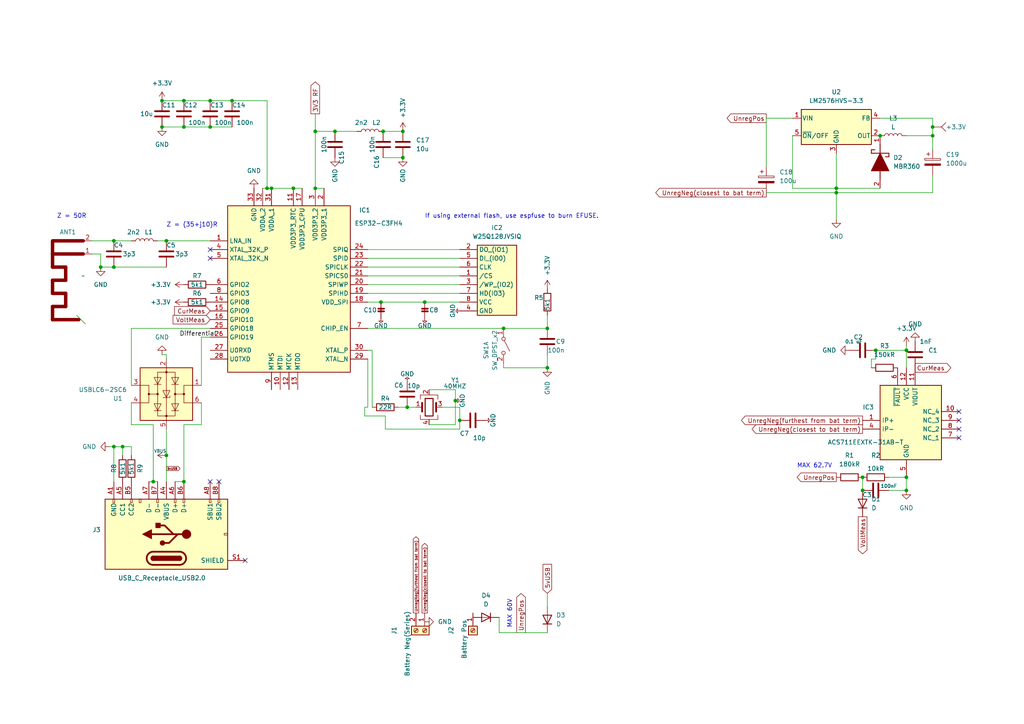
<source format=kicad_sch>
(kicad_sch (version 20230121) (generator eeschema)
  (paper "A4")
  (lib_symbols
    (symbol "+3.3V_1" (power) (pin_names (offset 0))
      (property "Value" "+3.3V_1" (at 0 3.81 90))
      (symbol "+3.3V_1_0_1"
        (polyline (pts (xy -1.27 3.81) (xy 0 2.54)))
        (polyline (pts (xy 0 0) (xy 0 2.54)))
        (polyline (pts (xy 0 2.54) (xy 1.27 3.81)))
      )
      (symbol "+3.3V_1_1_1"
        (pin power_in line (at 0 0 90) (length 0) hide (name "+3.3V") (number "1"))
      )
    )
    (symbol "ACS711EEXTK-31AB-T:ACS711EEXTK-31AB-T"
      (property "Reference" "IC3" (at 0 6.35 0))
      (property "Value" "ACS711EEXTK-31AB-T" (at 5.08 6.35 0))
      (symbol "ACS711EEXTK-31AB-T_1_1"
        (rectangle (start 5.08 12.7) (end 22.86 -8.89) (stroke (width 0.254)) (fill (type background)))
        (pin passive line (at 0 2.54 0) (length 5.08) (name "IP+") (number "1"))
        (pin passive line (at 27.94 5.08 180) (length 5.08) (name "NC_4") (number "10"))
        (pin passive line (at 15.24 17.78 270) (length 5.08) (name "VIOUT") (number "11"))
        (pin passive line (at 12.7 17.78 270) (length 5.08) (name "VCC") (number "12"))
        (pin passive line (at 0 0 0) (length 5.08) (name "IP-") (number "4"))
        (pin passive line (at 12.7 -13.97 90) (length 5.08) (name "GND") (number "5"))
        (pin passive line (at 10.16 17.78 270) (length 5.08) (name "~{FAULT}") (number "6"))
        (pin passive line (at 27.94 -2.54 180) (length 5.08) (name "NC_1") (number "7"))
        (pin passive line (at 27.94 0 180) (length 5.08) (name "NC_2") (number "8"))
        (pin passive line (at 27.94 2.54 180) (length 5.08) (name "NC_3") (number "9"))
      )
    )
    (symbol "Antenna:PCB_Antenna_2.4Ghz_50Ohm"
      (property "Reference" "ANT" (at 0 0 0))
      (symbol "PCB_Antenna_2.4Ghz_50Ohm_1_1"
        (polyline (pts (xy 5.08 -2.54) (xy 5.08 1.27)) (stroke (width 1)))
        (polyline (pts (xy 5.08 1.27) (xy 8.89 1.27)) (stroke (width 1)))
        (polyline (pts (xy 5.08 5.08) (xy 5.08 5.08)))
        (polyline (pts (xy 5.08 5.08) (xy 5.08 8.89)) (stroke (width 1)))
        (polyline (pts (xy 5.08 8.89) (xy 8.89 8.89)) (stroke (width 1)))
        (polyline (pts (xy 8.89 -6.35) (xy 8.89 -2.54)) (stroke (width 1)))
        (polyline (pts (xy 8.89 -2.54) (xy 5.08 -2.54)) (stroke (width 1)))
        (polyline (pts (xy 8.89 1.27) (xy 8.89 5.08)) (stroke (width 1)))
        (polyline (pts (xy 8.89 5.08) (xy 5.08 5.08)) (stroke (width 1)))
        (polyline (pts (xy 8.89 8.89) (xy 8.89 12.7)) (stroke (width 1)))
        (polyline (pts (xy 8.89 12.7) (xy 1.27 12.7)) (stroke (width 1)))
        (polyline (pts (xy 0 -6.35) (xy 8.89 -6.35) (xy 8.89 -10.16) (xy 0 -10.16)) (stroke (width 1)))
        (pin passive line (at -2.54 -6.35 0) (length 2.54) (name "") (number "1"))
        (pin passive line (at -2.54 -10.16 0) (length 2.54) (name "") (number "2"))
      )
    )
    (symbol "C_1" (pin_numbers hide) (pin_names (offset 0.254))
      (property "Reference" "C8" (at 3.81 1.27 0))
      (property "Value" "C" (at 3.81 -1.27 0))
      (symbol "C_1_0_1"
        (polyline (pts (xy -0.762 -0.381) (xy 0.889 -0.381)) (stroke (width 0.508)))
        (polyline (pts (xy -0.762 0.381) (xy 0.889 0.381)) (stroke (width 0.508)))
      )
      (symbol "C_1_1_1"
        (pin passive line (at 0 2.286 270) (length 2.794) (name "~") (number "1"))
        (pin passive line (at 0 -2.54 90) (length 2.794) (name "~") (number "2"))
      )
    )
    (symbol "Connector:Screw_Terminal_01x01" (pin_names (offset 1.016) hide)
      (property "Reference" "J" (at 0 2.54 0))
      (property "Value" "Screw_Terminal_01x01" (at 0 -2.54 0))
      (symbol "Screw_Terminal_01x01_1_1"
        (rectangle (start -1.27 1.27) (end 1.27 -1.27) (stroke (width 0.254)) (fill (type background)))
        (polyline (pts (xy -0.5334 0.3302) (xy 0.3302 -0.508)) (stroke (width 0.1524)))
        (polyline (pts (xy -0.3556 0.508) (xy 0.508 -0.3302)) (stroke (width 0.1524)))
        (circle (center 0 0) (radius 0.635) (stroke (width 0.1524)))
        (pin passive line (at -5.08 0 0) (length 3.81) (name "Pin_1") (number "1"))
      )
    )
    (symbol "Connector:Screw_Terminal_01x02" (pin_names (offset 1.016) hide)
      (property "Reference" "J" (at 0 2.54 0))
      (property "Value" "Screw_Terminal_01x02" (at 0 -5.08 0))
      (symbol "Screw_Terminal_01x02_1_1"
        (rectangle (start -1.27 1.27) (end 1.27 -3.81) (stroke (width 0.254)) (fill (type background)))
        (circle (center 0 -2.54) (radius 0.635) (stroke (width 0.1524)))
        (polyline (pts (xy -0.5334 -2.2098) (xy 0.3302 -3.048)) (stroke (width 0.1524)))
        (polyline (pts (xy -0.5334 0.3302) (xy 0.3302 -0.508)) (stroke (width 0.1524)))
        (polyline (pts (xy -0.3556 -2.032) (xy 0.508 -2.8702)) (stroke (width 0.1524)))
        (polyline (pts (xy -0.3556 0.508) (xy 0.508 -0.3302)) (stroke (width 0.1524)))
        (circle (center 0 0) (radius 0.635) (stroke (width 0.1524)))
        (pin passive line (at -5.08 0 0) (length 3.81) (name "Pin_1") (number "1"))
        (pin passive line (at -5.08 -2.54 0) (length 3.81) (name "Pin_2") (number "2"))
      )
    )
    (symbol "Connector:USB_C_Receptacle_USB2.0" (pin_names (offset 1.016))
      (property "Reference" "J3" (at 1.27 19.05 90))
      (property "Value" "USB_C_Receptacle_USB2.0" (at -1.27 19.05 90))
      (symbol "USB_C_Receptacle_USB2.0_0_0"
        (rectangle (start -0.254 -17.78) (end 0.254 -16.764))
        (rectangle (start 10.16 -14.986) (end 9.144 -15.494))
        (rectangle (start 10.16 -12.446) (end 9.144 -12.954))
        (rectangle (start 10.16 -4.826) (end 9.144 -5.334))
        (rectangle (start 10.16 -2.286) (end 9.144 -2.794))
        (rectangle (start 10.16 2.794) (end 9.144 2.286))
        (rectangle (start 10.16 7.874) (end 9.144 7.366))
        (rectangle (start 10.16 10.414) (end 9.144 9.906))
        (rectangle (start 10.16 15.494) (end 9.144 14.986))
      )
      (symbol "USB_C_Receptacle_USB2.0_0_1"
        (rectangle (start -10.16 17.78) (end 10.16 -17.78) (stroke (width 0.254)) (fill (type background)))
        (arc (start -8.89 -3.81) (mid -6.985 -5.7067) (end -5.08 -3.81) (stroke (width 0.508)))
        (arc (start -7.62 -3.81) (mid -6.985 -4.4423) (end -6.35 -3.81) (stroke (width 0.254)))
        (arc (start -7.62 -3.81) (mid -6.985 -4.4423) (end -6.35 -3.81) (stroke (width 0.254)) (fill (type outline)))
        (rectangle (start -7.62 -3.81) (end -6.35 3.81) (stroke (width 0.254)) (fill (type outline)))
        (arc (start -6.35 3.81) (mid -6.985 4.4423) (end -7.62 3.81) (stroke (width 0.254)))
        (arc (start -6.35 3.81) (mid -6.985 4.4423) (end -7.62 3.81) (stroke (width 0.254)) (fill (type outline)))
        (arc (start -5.08 3.81) (mid -6.985 5.7067) (end -8.89 3.81) (stroke (width 0.508)))
        (circle (center -2.54 1.143) (radius 0.635) (stroke (width 0.254)) (fill (type outline)))
        (circle (center 0 -5.842) (radius 1.27) (fill (type outline)))
        (polyline (pts (xy -8.89 -3.81) (xy -8.89 3.81)) (stroke (width 0.508)))
        (polyline (pts (xy -5.08 3.81) (xy -5.08 -3.81)) (stroke (width 0.508)))
        (polyline (pts (xy 0 -5.842) (xy 0 4.318)) (stroke (width 0.508)))
        (polyline (pts (xy 0 -3.302) (xy -2.54 -0.762) (xy -2.54 0.508)) (stroke (width 0.508)))
        (polyline (pts (xy 0 -2.032) (xy 2.54 0.508) (xy 2.54 1.778)) (stroke (width 0.508)))
        (polyline (pts (xy -1.27 4.318) (xy 0 6.858) (xy 1.27 4.318) (xy -1.27 4.318)) (stroke (width 0.254)) (fill (type outline)))
        (rectangle (start 1.905 1.778) (end 3.175 3.048) (stroke (width 0.254)) (fill (type outline)))
      )
      (symbol "USB_C_Receptacle_USB2.0_1_1"
        (pin passive line (at 15.24 15.24 180) (length 5.08) (name "GND") (number "A1"))
        (pin passive line (at 0 -22.86 90) (length 5.08) hide (name "GND") (number "A12"))
        (pin passive line (at 15.24 0 180) (length 5.08) (name "VBUS") (number "A4"))
        (pin bidirectional line (at 15.24 12.7 180) (length 5.08) (name "CC1") (number "A5"))
        (pin bidirectional line (at 15.24 -2.54 180) (length 5.08) (name "D+") (number "A6"))
        (pin bidirectional line (at 15.24 5.08 180) (length 5.08) (name "D-") (number "A7"))
        (pin bidirectional line (at 15.24 -12.7 180) (length 5.08) (name "SBU1") (number "A8"))
        (pin passive line (at 15.24 15.24 180) (length 5.08) hide (name "VBUS") (number "A9"))
        (pin passive line (at 0 -22.86 90) (length 5.08) hide (name "GND") (number "B1"))
        (pin passive line (at 0 -22.86 90) (length 5.08) hide (name "GND") (number "B12"))
        (pin passive line (at 15.24 15.24 180) (length 5.08) hide (name "VBUS") (number "B4"))
        (pin bidirectional line (at 15.24 10.16 180) (length 5.08) (name "CC2") (number "B5"))
        (pin bidirectional line (at 15.24 -5.08 180) (length 5.08) (name "D+") (number "B6"))
        (pin bidirectional line (at 15.24 2.54 180) (length 5.08) (name "D-") (number "B7"))
        (pin bidirectional line (at 15.24 -15.24 180) (length 5.08) (name "SBU2") (number "B8"))
        (pin passive line (at 15.24 15.24 180) (length 5.08) hide (name "VBUS") (number "B9"))
        (pin passive line (at -7.62 -22.86 90) (length 5.08) (name "SHIELD") (number "S1"))
      )
    )
    (symbol "Device:C" (pin_numbers hide) (pin_names (offset 0.254))
      (property "Reference" "C" (at 0.635 2.54 0))
      (property "Value" "C" (at 0.635 -2.54 0))
      (symbol "C_0_1"
        (polyline (pts (xy -2.032 -0.762) (xy 2.032 -0.762)) (stroke (width 0.508)))
        (polyline (pts (xy -2.032 0.762) (xy 2.032 0.762)) (stroke (width 0.508)))
      )
      (symbol "C_1_1"
        (pin passive line (at 0 3.81 270) (length 2.794) (name "~") (number "1"))
        (pin passive line (at 0 -3.81 90) (length 2.794) (name "~") (number "2"))
      )
    )
    (symbol "Device:C_Polarized" (pin_numbers hide) (pin_names (offset 0.254))
      (property "Reference" "C" (at 0.635 2.54 0))
      (property "Value" "C_Polarized" (at 0.635 -2.54 0))
      (symbol "C_Polarized_0_1"
        (rectangle (start -2.286 0.508) (end 2.286 1.016))
        (polyline (pts (xy -1.778 2.286) (xy -0.762 2.286)))
        (polyline (pts (xy -1.27 2.794) (xy -1.27 1.778)))
        (rectangle (start 2.286 -0.508) (end -2.286 -1.016) (fill (type outline)))
      )
      (symbol "C_Polarized_1_1"
        (pin passive line (at 0 3.81 270) (length 2.794) (name "~") (number "1"))
        (pin passive line (at 0 -3.81 90) (length 2.794) (name "~") (number "2"))
      )
    )
    (symbol "Device:Crystal_GND24" (pin_names (offset 1.016) hide)
      (property "Reference" "Y" (at 3.175 5.08 0))
      (property "Value" "Crystal_GND24" (at 3.175 3.175 0))
      (symbol "Crystal_GND24_0_1"
        (rectangle (start -1.143 2.54) (end 1.143 -2.54) (stroke (width 0.3048)))
        (polyline (pts (xy -2.54 0) (xy -2.032 0)))
        (polyline (pts (xy -2.032 -1.27) (xy -2.032 1.27)) (stroke (width 0.508)))
        (polyline (pts (xy 0 -3.81) (xy 0 -3.556)))
        (polyline (pts (xy 0 3.556) (xy 0 3.81)))
        (polyline (pts (xy 2.032 -1.27) (xy 2.032 1.27)) (stroke (width 0.508)))
        (polyline (pts (xy 2.032 0) (xy 2.54 0)))
        (polyline (pts (xy -2.54 -2.286) (xy -2.54 -3.556) (xy 2.54 -3.556) (xy 2.54 -2.286)))
        (polyline (pts (xy -2.54 2.286) (xy -2.54 3.556) (xy 2.54 3.556) (xy 2.54 2.286)))
      )
      (symbol "Crystal_GND24_1_1"
        (pin passive line (at -3.81 0 0) (length 1.27) (name "1") (number "1"))
        (pin passive line (at 0 5.08 270) (length 1.27) (name "2") (number "2"))
        (pin passive line (at 3.81 0 180) (length 1.27) (name "3") (number "3"))
        (pin passive line (at 0 -5.08 90) (length 1.27) (name "4") (number "4"))
      )
    )
    (symbol "Device:D" (pin_numbers hide) (pin_names (offset 1.016) hide)
      (property "Reference" "D" (at 0 2.54 0))
      (property "Value" "D" (at 0 -2.54 0))
      (symbol "D_0_1"
        (polyline (pts (xy -1.27 1.27) (xy -1.27 -1.27)) (stroke (width 0.254)))
        (polyline (pts (xy 1.27 0) (xy -1.27 0)))
        (polyline (pts (xy 1.27 1.27) (xy 1.27 -1.27) (xy -1.27 0) (xy 1.27 1.27)) (stroke (width 0.254)))
      )
      (symbol "D_1_1"
        (pin passive line (at -3.81 0 0) (length 2.54) (name "K") (number "1"))
        (pin passive line (at 3.81 0 180) (length 2.54) (name "A") (number "2"))
      )
    )
    (symbol "Device:L" (pin_numbers hide) (pin_names (offset 1.016) hide)
      (property "Reference" "L" (at -1.27 0 90))
      (property "Value" "L" (at 1.905 0 90))
      (symbol "L_0_1"
        (arc (start 0 -2.54) (mid 0.6323 -1.905) (end 0 -1.27))
        (arc (start 0 -1.27) (mid 0.6323 -0.635) (end 0 0))
        (arc (start 0 0) (mid 0.6323 0.635) (end 0 1.27))
        (arc (start 0 1.27) (mid 0.6323 1.905) (end 0 2.54))
      )
      (symbol "L_1_1"
        (pin passive line (at 0 3.81 270) (length 1.27) (name "1") (number "1"))
        (pin passive line (at 0 -3.81 90) (length 1.27) (name "2") (number "2"))
      )
    )
    (symbol "Device:R" (pin_numbers hide) (pin_names (offset 0))
      (property "Reference" "R" (at 2.032 0 90))
      (property "Value" "R" (at 0 0 90))
      (symbol "R_0_1"
        (rectangle (start -1.016 -2.54) (end 1.016 2.54) (stroke (width 0.254)))
      )
      (symbol "R_1_1"
        (pin passive line (at 0 3.81 270) (length 1.27) (name "~") (number "1"))
        (pin passive line (at 0 -3.81 90) (length 1.27) (name "~") (number "2"))
      )
    )
    (symbol "ESP32-C3:ESP32-C3"
      (property "Reference" "IC1" (at 46.99 6.9281 0))
      (property "Value" "ESP32-C3" (at 46.99 4.3881 0))
      (symbol "ESP32-C3_1_1"
        (rectangle (start 5.08 12.7) (end 40.64 -35.56) (stroke (width 0.254)) (fill (type background)))
        (pin passive line (at 0 2.54 0) (length 5.08) (name "LNA_IN") (number "1"))
        (pin passive line (at 20.32 -40.64 90) (length 5.08) (name "MTDI") (number "10"))
        (pin passive line (at 24.13 17.78 270) (length 5.08) (name "VDD3P3_RTC") (number "11"))
        (pin passive line (at 22.86 -40.64 90) (length 5.08) (name "MTCK") (number "12"))
        (pin passive line (at 25.4 -40.64 90) (length 5.08) (name "MTDO") (number "13"))
        (pin passive line (at 0 -15.24 0) (length 5.08) (name "GPIO8") (number "14"))
        (pin passive line (at 0 -17.78 0) (length 5.08) (name "GPIO9") (number "15"))
        (pin passive line (at 0 -20.32 0) (length 5.08) (name "GPIO10") (number "16"))
        (pin passive line (at 26.67 17.78 270) (length 5.08) (name "VDD3P3_CPU") (number "17"))
        (pin passive line (at 45.72 -15.24 180) (length 5.08) (name "VDD_SPI") (number "18"))
        (pin passive line (at 45.72 -12.7 180) (length 5.08) (name "SPIHD") (number "19"))
        (pin passive line (at 33.02 17.78 270) (length 5.08) (name "VDD3P3_1") (number "2"))
        (pin passive line (at 45.72 -10.16 180) (length 5.08) (name "SPIWP") (number "20"))
        (pin passive line (at 45.72 -7.62 180) (length 5.08) (name "SPICS0") (number "21"))
        (pin passive line (at 45.72 -5.08 180) (length 5.08) (name "SPICLK") (number "22"))
        (pin passive line (at 45.72 -2.54 180) (length 5.08) (name "SPID") (number "23"))
        (pin passive line (at 45.72 0 180) (length 5.08) (name "SPIQ") (number "24"))
        (pin passive line (at 0 -22.86 0) (length 5.08) (name "GPIO18") (number "25"))
        (pin passive line (at 0 -25.4 0) (length 5.08) (name "GPIO19") (number "26"))
        (pin passive line (at 0 -29.21 0) (length 5.08) (name "U0RXD") (number "27"))
        (pin passive line (at 0 -31.75 0) (length 5.08) (name "U0TXD") (number "28"))
        (pin passive line (at 45.72 -31.75 180) (length 5.08) (name "XTAL_N") (number "29"))
        (pin passive line (at 30.48 17.78 270) (length 5.08) (name "VDD3P3_2") (number "3"))
        (pin passive line (at 45.72 -29.21 180) (length 5.08) (name "XTAL_P") (number "30"))
        (pin passive line (at 17.78 17.78 270) (length 5.08) (name "VDDA_1") (number "31"))
        (pin passive line (at 15.24 17.78 270) (length 5.08) (name "VDDA_2") (number "32"))
        (pin passive line (at 12.7 17.78 270) (length 5.08) (name "GND") (number "33"))
        (pin passive line (at 0 0 0) (length 5.08) (name "XTAL_32K_P") (number "4"))
        (pin passive line (at 0 -2.54 0) (length 5.08) (name "XTAL_32K_N") (number "5"))
        (pin passive line (at 0 -10.16 0) (length 5.08) (name "GPIO2") (number "6"))
        (pin passive line (at 45.72 -22.86 180) (length 5.08) (name "CHIP_EN") (number "7"))
        (pin passive line (at 0 -12.7 0) (length 5.08) (name "GPIO3") (number "8"))
        (pin passive line (at 17.78 -40.64 90) (length 5.08) (name "MTMS") (number "9"))
      )
    )
    (symbol "GND_1" (power) (pin_names (offset 0))
      (property "Value" "GND" (at 0.508 -3.048 0))
      (symbol "GND_1_0_1"
        (polyline (pts (xy 0 0) (xy 0 -0.635) (xy 0.635 -0.635) (xy 0 -1.143) (xy -0.635 -0.635) (xy 0 -0.635)))
      )
      (symbol "GND_1_1_1"
        (pin power_in line (at 0 0 270) (length 0) hide (name "GND") (number "1"))
      )
    )
    (symbol "MBR360:MBR360" (pin_names hide)
      (property "Reference" "D" (at 12.7 8.89 0))
      (property "Value" "MBR360" (at 12.7 6.35 0))
      (symbol "MBR360_1_1"
        (polyline (pts (xy 5.08 0) (xy 7.62 0)) (stroke (width 0.254)))
        (polyline (pts (xy 6.604 -1.524) (xy 6.604 -2.54)) (stroke (width 0.254)))
        (polyline (pts (xy 7.62 -2.54) (xy 6.604 -2.54)) (stroke (width 0.254)))
        (polyline (pts (xy 7.62 2.54) (xy 7.62 -2.54)) (stroke (width 0.254)))
        (polyline (pts (xy 7.62 2.54) (xy 8.636 2.54)) (stroke (width 0.254)))
        (polyline (pts (xy 8.636 1.524) (xy 8.636 2.54)) (stroke (width 0.254)))
        (polyline (pts (xy 12.7 0) (xy 15.24 0)) (stroke (width 0.254)))
        (polyline (pts (xy 7.62 0) (xy 12.7 2.54) (xy 12.7 -2.54) (xy 7.62 0)) (stroke (width 0.254)) (fill (type outline)))
        (pin passive line (at 2.54 0 0) (length 2.54) (name "K") (number "1"))
        (pin passive line (at 17.78 0 180) (length 2.54) (name "A") (number "2"))
      )
    )
    (symbol "Power_Protection:USBLC6-2SC6" (pin_names hide)
      (property "Reference" "U" (at 2.54 8.89 0))
      (property "Value" "USBLC6-2SC6" (at 2.54 -8.89 0))
      (symbol "USBLC6-2SC6_0_1"
        (rectangle (start -7.62 -7.62) (end 7.62 7.62) (stroke (width 0.254)) (fill (type background)))
        (circle (center -5.08 0) (radius 0.254) (fill (type outline)))
        (circle (center -2.54 0) (radius 0.254) (fill (type outline)))
        (rectangle (start -2.54 6.35) (end 2.54 -6.35))
        (circle (center 0 -6.35) (radius 0.254) (fill (type outline)))
        (polyline (pts (xy -5.08 -2.54) (xy -7.62 -2.54)))
        (polyline (pts (xy -5.08 0) (xy -5.08 -2.54)))
        (polyline (pts (xy -5.08 2.54) (xy -7.62 2.54)))
        (polyline (pts (xy -1.524 -2.794) (xy -3.556 -2.794)))
        (polyline (pts (xy -1.524 4.826) (xy -3.556 4.826)))
        (polyline (pts (xy 0 -7.62) (xy 0 -6.35)))
        (polyline (pts (xy 0 -6.35) (xy 0 1.27)))
        (polyline (pts (xy 0 1.27) (xy 0 6.35)))
        (polyline (pts (xy 0 6.35) (xy 0 7.62)))
        (polyline (pts (xy 1.524 -2.794) (xy 3.556 -2.794)))
        (polyline (pts (xy 1.524 4.826) (xy 3.556 4.826)))
        (polyline (pts (xy 5.08 -2.54) (xy 7.62 -2.54)))
        (polyline (pts (xy 5.08 0) (xy 5.08 -2.54)))
        (polyline (pts (xy 5.08 2.54) (xy 7.62 2.54)))
        (polyline (pts (xy -2.54 0) (xy -5.08 0) (xy -5.08 2.54)))
        (polyline (pts (xy 2.54 0) (xy 5.08 0) (xy 5.08 2.54)))
        (polyline (pts (xy -3.556 -4.826) (xy -1.524 -4.826) (xy -2.54 -2.794) (xy -3.556 -4.826)))
        (polyline (pts (xy -3.556 2.794) (xy -1.524 2.794) (xy -2.54 4.826) (xy -3.556 2.794)))
        (polyline (pts (xy -1.016 -1.016) (xy 1.016 -1.016) (xy 0 1.016) (xy -1.016 -1.016)))
        (polyline (pts (xy 1.016 1.016) (xy 0.762 1.016) (xy -1.016 1.016) (xy -1.016 0.508)))
        (polyline (pts (xy 3.556 -4.826) (xy 1.524 -4.826) (xy 2.54 -2.794) (xy 3.556 -4.826)))
        (polyline (pts (xy 3.556 2.794) (xy 1.524 2.794) (xy 2.54 4.826) (xy 3.556 2.794)))
        (circle (center 0 6.35) (radius 0.254) (fill (type outline)))
        (circle (center 2.54 0) (radius 0.254) (fill (type outline)))
        (circle (center 5.08 0) (radius 0.254) (fill (type outline)))
      )
      (symbol "USBLC6-2SC6_1_1"
        (pin passive line (at -10.16 -2.54 0) (length 2.54) (name "I/O1") (number "1"))
        (pin passive line (at 0 -10.16 90) (length 2.54) (name "GND") (number "2"))
        (pin passive line (at 10.16 -2.54 180) (length 2.54) (name "I/O2") (number "3"))
        (pin passive line (at 10.16 2.54 180) (length 2.54) (name "I/O2") (number "4"))
        (pin passive line (at 0 10.16 270) (length 2.54) (name "VBUS") (number "5"))
        (pin passive line (at -10.16 2.54 0) (length 2.54) (name "I/O1") (number "6"))
      )
    )
    (symbol "Regulator_Switching:LM2576HVS-3.3" (pin_names (offset 0.254))
      (property "Reference" "U" (at -10.16 6.35 0))
      (property "Value" "LM2576HVS-3.3" (at 0 6.35 0))
      (symbol "LM2576HVS-3.3_0_1"
        (rectangle (start -10.16 5.08) (end 10.16 -5.08) (stroke (width 0.254)) (fill (type background)))
      )
      (symbol "LM2576HVS-3.3_1_1"
        (pin power_in line (at -12.7 2.54 0) (length 2.54) (name "VIN") (number "1"))
        (pin output line (at 12.7 -2.54 180) (length 2.54) (name "OUT") (number "2"))
        (pin power_in line (at 0 -7.62 90) (length 2.54) (name "GND") (number "3"))
        (pin input line (at 12.7 2.54 180) (length 2.54) (name "FB") (number "4"))
        (pin input line (at -12.7 -2.54 0) (length 2.54) (name "~{ON}/OFF") (number "5"))
      )
    )
    (symbol "Switch:SW_DPST_x2" (pin_names (offset 0) hide)
      (property "Reference" "SW" (at 0 3.175 0))
      (property "Value" "SW_DPST_x2" (at 0 -2.54 0))
      (symbol "SW_DPST_x2_0_0"
        (circle (center -2.032 0) (radius 0.508))
        (polyline (pts (xy -1.524 0.254) (xy 1.524 1.778)))
        (circle (center 2.032 0) (radius 0.508))
      )
      (symbol "SW_DPST_x2_1_1"
        (pin passive line (at -5.08 0 0) (length 2.54) (name "A") (number "1"))
        (pin passive line (at 5.08 0 180) (length 2.54) (name "B") (number "2"))
      )
      (symbol "SW_DPST_x2_2_1"
        (pin passive line (at -5.08 0 0) (length 2.54) (name "A") (number "3"))
        (pin passive line (at 5.08 0 180) (length 2.54) (name "B") (number "4"))
      )
    )
    (symbol "W25Q128JVSIQ:W25Q128JVSIQ"
      (property "Reference" "IC2" (at 45.085 7.62 0))
      (property "Value" "W25Q128JVSIQ" (at 45.085 5.08 0))
      (symbol "W25Q128JVSIQ_1_1"
        (rectangle (start 39.37 2.54) (end 50.8 -17.78) (stroke (width 0.254)) (fill (type background)))
        (pin passive line (at 34.29 -6.35 0) (length 5.08) (name "/CS") (number "1"))
        (pin passive line (at 34.29 1.27 0) (length 5.08) (name "DO_(IO1)") (number "2"))
        (pin passive line (at 34.29 -8.89 0) (length 5.08) (name "/WP_(IO2)") (number "3"))
        (pin passive line (at 34.29 -16.51 0) (length 5.08) (name "GND") (number "4"))
        (pin passive line (at 34.29 -1.27 0) (length 5.08) (name "DI_(IO0)") (number "5"))
        (pin passive line (at 34.29 -3.81 0) (length 5.08) (name "CLK") (number "6"))
        (pin passive line (at 34.29 -11.43 0) (length 5.08) (name "HD(IO3)") (number "7"))
        (pin passive line (at 34.29 -13.97 0) (length 5.08) (name "VCC") (number "8"))
      )
    )
    (symbol "power:+3.3V" (power) (pin_names (offset 0))
      (property "Value" "+3.3V" (at 0 3.556 0))
      (symbol "+3.3V_0_1"
        (polyline (pts (xy -0.762 1.27) (xy 0 2.54)))
        (polyline (pts (xy 0 0) (xy 0 2.54)))
        (polyline (pts (xy 0 2.54) (xy 0.762 1.27)))
      )
      (symbol "+3.3V_1_1"
        (pin power_in line (at 0 0 90) (length 0) hide (name "+3.3V") (number "1"))
      )
    )
    (symbol "power:GND" (power) (pin_names (offset 0))
      (property "Value" "GND" (at 0 -3.81 0))
      (symbol "GND_0_1"
        (polyline (pts (xy 0 0) (xy 0 -1.27) (xy 1.27 -1.27) (xy 0 -2.54) (xy -1.27 -1.27) (xy 0 -1.27)))
      )
      (symbol "GND_1_1"
        (pin power_in line (at 0 0 270) (length 0) hide (name "GND") (number "1"))
      )
    )
    (symbol "power:VBUS" (power) (pin_names (offset 0))
      (property "Value" "VBUS" (at 0 3.81 0))
      (symbol "VBUS_0_1"
        (polyline (pts (xy -0.762 1.27) (xy 0 2.54)))
        (polyline (pts (xy 0 0) (xy 0 2.54)))
        (polyline (pts (xy 0 2.54) (xy 0.762 1.27)))
      )
      (symbol "VBUS_1_1"
        (pin power_in line (at 0 0 90) (length 0) hide (name "VBUS") (number "1"))
      )
    )
  )
  (junction (at 146.05 95.25))
  (junction (at 97.155 38.1))
  (junction (at 262.89 138.43))
  (junction (at 250.19 138.43))
  (junction (at 250.19 142.24))
  (junction (at 48.26 132.08))
  (junction (at 53.34 36.83))
  (junction (at 44.45 139.7))
  (junction (at 53.34 29.21))
  (junction (at 262.89 142.24))
  (junction (at 111.125 38.1))
  (junction (at 48.26 69.85))
  (junction (at 67.31 29.21))
  (junction (at 85.09 54.61))
  (junction (at 46.99 29.21))
  (junction (at 33.02 69.85))
  (junction (at 110.49 87.63))
  (junction (at 118.11 118.11))
  (junction (at 77.47 54.61))
  (junction (at 270.51 36.83))
  (junction (at 91.44 38.1))
  (junction (at 29.21 77.47))
  (junction (at 123.19 87.63))
  (junction (at 33.02 77.47))
  (junction (at 78.74 54.61))
  (junction (at 158.75 106.68))
  (junction (at 262.89 101.6))
  (junction (at 270.51 39.37))
  (junction (at 35.56 129.54))
  (junction (at 255.27 39.37))
  (junction (at 46.99 36.83))
  (junction (at 242.57 55.88))
  (junction (at 60.96 36.83))
  (junction (at 33.02 129.54))
  (junction (at 254 101.6))
  (junction (at 91.44 54.61))
  (junction (at 242.57 54.61))
  (junction (at 158.75 95.25))
  (junction (at 53.34 139.7))
  (junction (at 116.84 45.72))
  (junction (at 132.08 116.205))
  (junction (at 133.35 121.92))
  (junction (at 60.96 29.21))
  (junction (at 116.84 38.1))
  (no_connect (at 278.13 127))
  (no_connect (at 278.13 121.92))
  (no_connect (at 60.96 139.7))
  (no_connect (at 60.96 74.93))
  (no_connect (at 278.13 124.46))
  (no_connect (at 71.12 162.56))
  (no_connect (at 63.5 139.7))
  (no_connect (at 60.96 72.39))
  (no_connect (at 278.13 119.38))
  (bus_entry (at 22.225 91.44) (size 2.54 2.54))
  (wire (pts (xy 270.51 34.29) (xy 270.51 36.83)))
  (wire (pts (xy 46.99 29.21) (xy 53.34 29.21)))
  (wire (pts (xy 242.57 54.61) (xy 229.87 54.61)))
  (wire (pts (xy 48.26 104.14) (xy 48.26 102.87)))
  (wire (pts (xy 53.34 36.83) (xy 60.96 36.83)))
  (wire (pts (xy 257.81 142.24) (xy 262.89 142.24)))
  (wire (pts (xy 97.155 38.1) (xy 91.44 38.1)))
  (wire (pts (xy 58.42 111.76) (xy 58.42 97.79)))
  (wire (pts (xy 76.2 54.61) (xy 77.47 54.61)))
  (wire (pts (xy 67.31 29.21) (xy 77.47 29.21)))
  (wire (pts (xy 58.42 116.84) (xy 58.42 123.19)))
  (wire (pts (xy 106.68 87.63) (xy 110.49 87.63)))
  (wire (pts (xy 270.51 36.83) (xy 270.51 39.37)))
  (wire (pts (xy 48.26 132.08) (xy 48.26 139.7)))
  (wire (pts (xy 144.78 179.07) (xy 144.78 183.515)))
  (wire (pts (xy 35.56 132.08) (xy 35.56 129.54)))
  (wire (pts (xy 29.21 77.47) (xy 33.02 77.47)))
  (wire (pts (xy 116.84 38.1) (xy 111.125 38.1)))
  (wire (pts (xy 106.68 118.11) (xy 106.68 104.14)))
  (wire (pts (xy 60.96 29.21) (xy 67.31 29.21)))
  (wire (pts (xy 270.51 50.8) (xy 270.51 55.88)))
  (wire (pts (xy 107.95 101.6) (xy 106.68 101.6)))
  (wire (pts (xy 222.25 48.26) (xy 222.25 34.29)))
  (wire (pts (xy 106.68 82.55) (xy 133.35 82.55)))
  (wire (pts (xy 158.75 172.085) (xy 158.75 175.895)))
  (wire (pts (xy 133.35 121.92) (xy 133.35 124.46)))
  (wire (pts (xy 105.791 120.65) (xy 111.76 120.65)))
  (wire (pts (xy 38.1 132.08) (xy 38.1 129.54)))
  (wire (pts (xy 38.1 111.76) (xy 38.1 95.25)))
  (wire (pts (xy 33.02 129.54) (xy 31.75 129.54)))
  (wire (pts (xy 146.05 106.68) (xy 158.75 106.68)))
  (wire (pts (xy 144.78 183.515) (xy 158.75 183.515)))
  (wire (pts (xy 123.19 87.63) (xy 133.35 87.63)))
  (wire (pts (xy 91.44 38.1) (xy 91.44 54.61)))
  (wire (pts (xy 38.1 116.84) (xy 38.1 123.19)))
  (wire (pts (xy 106.68 72.39) (xy 133.35 72.39)))
  (wire (pts (xy 58.42 97.79) (xy 60.96 97.79)))
  (wire (pts (xy 91.44 54.61) (xy 93.98 54.61)))
  (wire (pts (xy 78.74 54.61) (xy 85.09 54.61)))
  (wire (pts (xy 85.09 54.61) (xy 87.63 54.61)))
  (wire (pts (xy 26.67 73.66) (xy 29.21 73.66)))
  (wire (pts (xy 60.96 36.83) (xy 67.31 36.83)))
  (wire (pts (xy 262.89 100.33) (xy 262.89 101.6)))
  (wire (pts (xy 252.73 106.68) (xy 252.73 104.14)))
  (wire (pts (xy 133.35 118.11) (xy 133.35 121.92)))
  (wire (pts (xy 270.51 55.88) (xy 242.57 55.88)))
  (wire (pts (xy 106.68 80.01) (xy 133.35 80.01)))
  (wire (pts (xy 229.87 54.61) (xy 229.87 39.37)))
  (wire (pts (xy 44.45 139.7) (xy 43.18 139.7)))
  (wire (pts (xy 132.08 123.19) (xy 124.46 123.19)))
  (wire (pts (xy 106.68 74.93) (xy 133.35 74.93)))
  (wire (pts (xy 105.791 118.11) (xy 105.791 120.65)))
  (wire (pts (xy 242.57 63.5) (xy 242.57 55.88)))
  (wire (pts (xy 103.505 38.1) (xy 97.155 38.1)))
  (wire (pts (xy 77.47 29.21) (xy 77.47 54.61)))
  (wire (pts (xy 255.27 34.29) (xy 270.51 34.29)))
  (wire (pts (xy 262.89 39.37) (xy 270.51 39.37)))
  (wire (pts (xy 146.05 105.41) (xy 146.05 106.68)))
  (wire (pts (xy 262.89 142.24) (xy 262.89 138.43)))
  (wire (pts (xy 45.72 69.85) (xy 48.26 69.85)))
  (wire (pts (xy 44.45 123.19) (xy 44.45 139.7)))
  (wire (pts (xy 118.11 118.11) (xy 115.57 118.11)))
  (wire (pts (xy 33.02 139.7) (xy 33.02 129.54)))
  (wire (pts (xy 48.26 124.46) (xy 48.26 132.08)))
  (wire (pts (xy 106.68 95.25) (xy 146.05 95.25)))
  (wire (pts (xy 222.25 55.88) (xy 242.57 55.88)))
  (wire (pts (xy 158.75 95.25) (xy 146.05 95.25)))
  (wire (pts (xy 262.89 101.6) (xy 262.89 106.68)))
  (wire (pts (xy 242.57 44.45) (xy 242.57 54.61)))
  (wire (pts (xy 254 104.14) (xy 254 101.6)))
  (wire (pts (xy 132.08 116.205) (xy 132.08 123.19)))
  (wire (pts (xy 242.57 55.88) (xy 242.57 54.61)))
  (wire (pts (xy 106.68 77.47) (xy 133.35 77.47)))
  (wire (pts (xy 158.75 91.44) (xy 158.75 95.25)))
  (wire (pts (xy 38.1 123.19) (xy 44.45 123.19)))
  (wire (pts (xy 53.34 123.19) (xy 53.34 139.7)))
  (wire (pts (xy 254 101.6) (xy 262.89 101.6)))
  (wire (pts (xy 44.45 139.7) (xy 45.72 139.7)))
  (wire (pts (xy 38.1 129.54) (xy 35.56 129.54)))
  (wire (pts (xy 105.791 118.11) (xy 106.68 118.11)))
  (wire (pts (xy 128.27 118.11) (xy 133.35 118.11)))
  (wire (pts (xy 158.75 106.68) (xy 158.75 102.87)))
  (wire (pts (xy 222.25 34.29) (xy 229.87 34.29)))
  (wire (pts (xy 120.65 118.11) (xy 118.11 118.11)))
  (wire (pts (xy 29.21 73.66) (xy 29.21 77.47)))
  (wire (pts (xy 257.81 138.43) (xy 262.89 138.43)))
  (wire (pts (xy 33.02 77.47) (xy 48.26 77.47)))
  (wire (pts (xy 26.67 69.85) (xy 33.02 69.85)))
  (wire (pts (xy 46.99 36.83) (xy 53.34 36.83)))
  (wire (pts (xy 106.68 85.09) (xy 133.35 85.09)))
  (wire (pts (xy 252.73 104.14) (xy 254 104.14)))
  (wire (pts (xy 91.44 33.02) (xy 91.44 38.1)))
  (wire (pts (xy 53.34 29.21) (xy 60.96 29.21)))
  (wire (pts (xy 110.49 87.63) (xy 123.19 87.63)))
  (wire (pts (xy 35.56 129.54) (xy 33.02 129.54)))
  (wire (pts (xy 107.95 118.11) (xy 107.95 101.6)))
  (wire (pts (xy 270.51 39.37) (xy 270.51 43.18)))
  (wire (pts (xy 124.46 113.03) (xy 132.08 113.03)))
  (wire (pts (xy 50.8 139.7) (xy 53.34 139.7)))
  (wire (pts (xy 250.19 138.43) (xy 250.19 142.24)))
  (wire (pts (xy 33.02 69.85) (xy 38.1 69.85)))
  (wire (pts (xy 38.1 95.25) (xy 60.96 95.25)))
  (wire (pts (xy 77.47 54.61) (xy 78.74 54.61)))
  (wire (pts (xy 111.76 124.46) (xy 111.76 120.65)))
  (wire (pts (xy 48.26 102.87) (xy 46.99 102.87)))
  (wire (pts (xy 48.26 69.85) (xy 60.96 69.85)))
  (wire (pts (xy 58.42 123.19) (xy 53.34 123.19)))
  (wire (pts (xy 133.35 124.46) (xy 111.76 124.46)))
  (wire (pts (xy 132.08 113.03) (xy 132.08 116.205)))
  (wire (pts (xy 242.57 54.61) (xy 255.27 54.61)))
  (wire (pts (xy 116.84 45.72) (xy 111.125 45.72)))
  (text "MAX 60V" (at 148.59 182.245 90) (effects (font (size 1.27 1.27)) (justify left bottom)))
  (text "If using external flash, use espfuse to burn EFUSE." (at 123.19 63.5 0) (effects (font (size 1.27 1.27)) (justify left bottom)))
  (text "Z = (35+j10)R" (at 48.26 66.04 0) (effects (font (size 1.27 1.27)) (justify left bottom)))
  (text "Z = 50R" (at 16.51 63.5 0) (effects (font (size 1.27 1.27)) (justify left bottom)))
  (text "MAX 62.7V" (at 231.14 135.89 0) (effects (font (size 1.27 1.27)) (justify left bottom)))
  (label "Differential" (at 52.07 97.79 0))
  (global_label "UnregNeg(furthest from bat term)" (shape output) (at 250.19 121.92 180) (property "Intersheetrefs" "${INTERSHEET_REFS}" (effects hide)))
  (global_label "UnregNeg(furthest from bat term)" (shape output) (at 120.65 177.8 90) (effects (font (size 0.8 0.8))) (property "Intersheetrefs" "${INTERSHEET_REFS}" (effects hide)))
  (global_label "VoltMeas" (shape output) (at 250.19 149.86 270) (property "Intersheetrefs" "${INTERSHEET_REFS}" (effects hide)))
  (global_label "UnregPos" (shape output) (at 242.57 138.43 180) (property "Intersheetrefs" "${INTERSHEET_REFS}" (effects hide)))
  (global_label "CurMeas" (shape output) (at 265.43 106.68 0) (property "Intersheetrefs" "${INTERSHEET_REFS}" (effects hide)))
  (global_label "UnregPos" (shape output) (at 151.13 183.515 90) (property "Intersheetrefs" "${INTERSHEET_REFS}" (effects hide)))
  (global_label "UnregPos" (shape output) (at 222.25 34.29 180) (property "Intersheetrefs" "${INTERSHEET_REFS}" (effects hide)))
  (global_label "VoltMeas" (shape input) (at 60.96 92.71 180) (property "Intersheetrefs" "${INTERSHEET_REFS}" (effects hide)))
  (global_label "CurMeas" (shape input) (at 60.96 90.17 180) (property "Intersheetrefs" "${INTERSHEET_REFS}" (effects hide)))
  (global_label "3V3 RF" (shape output) (at 91.44 33.02 90) (property "Intersheetrefs" "${INTERSHEET_REFS}" (effects hide)))
  (global_label "UnregNeg(closest to bat term)" (shape output) (at 222.25 55.88 180) (property "Intersheetrefs" "${INTERSHEET_REFS}" (effects hide)))
  (global_label "5vUSB" (shape input) (at 158.75 172.085 90) (property "Intersheetrefs" "${INTERSHEET_REFS}" (effects hide)))
  (global_label "5vUSB" (shape output) (at 48.26 135.89 0) (effects (font (size 0.6 0.6))) (property "Intersheetrefs" "${INTERSHEET_REFS}" (effects hide)))
  (global_label "UnregNeg(closest to bat term)" (shape output) (at 123.19 177.8 90) (effects (font (size 0.8 0.8))) (property "Intersheetrefs" "${INTERSHEET_REFS}" (effects hide)))
  (global_label "UnregNeg(closest to bat term)" (shape output) (at 250.19 124.46 180) (property "Intersheetrefs" "${INTERSHEET_REFS}" (effects hide)))
  (symbol (lib_name "GND_1") (lib_id "power:GND") (at 132.08 116.205 90) (unit 1)
    (property "Reference" "#PWR010" (effects hide))
    (property "Value" "GND" (at 134.112 116.205 0))
  )
  (symbol (lib_id "power:GND") (at 73.66 54.61 180) (unit 1)
    (property "Reference" "#PWR06" (effects hide))
    (property "Value" "GND" (at 73.66 49.53 0))
  )
  (symbol (lib_id "W25Q128JVSIQ:W25Q128JVSIQ") (at 99.06 73.66 0) (unit 1)
    (property "Reference" "IC2" (at 144.145 66.04 0))
    (property "Value" "W25Q128JVSIQ" (at 144.145 68.58 0))
    (property "Footprint" "SOIC127P790X216-8N" (effects hide))
    (property "Datasheet" "https://www.winbond.com/hq/search-resource-file.jsp?partNo=W25Q128JVSIQ&type=datasheet" (effects hide))
    (property "Height" "2.16" (effects hide))
    (property "Manufacturer_Name" "Winbond" (effects hide))
    (property "Manufacturer_Part_Number" "W25Q128JVSIQ" (effects hide))
    (property "Mouser Part Number" "454-W25Q128JVSIQ" (effects hide))
    (property "Mouser Price/Stock" "https://www.mouser.co.uk/ProductDetail/Winbond/W25Q128JVSIQ?qs=qSfuJ%252Bfl%2Fd6tLXvPR4fl9w%3D%3D" (effects hide))
    (property "Arrow Part Number" "W25Q128JVSIQ" (effects hide))
    (property "Arrow Price/Stock" "https://www.arrow.com/en/products/w25q128jvsiq/winbond-electronics?region=nac" (effects hide))
  )
  (symbol (lib_id "Device:Crystal_GND24") (at 124.46 118.11 0) (unit 1)
    (property "Reference" "Y1" (at 132.08 110.236 0))
    (property "Value" "40MHZ" (at 131.953 112.014 0))
  )
  (symbol (lib_id "power:GND") (at 31.75 129.54 270) (unit 1)
    (property "Reference" "#PWR024" (effects hide))
    (property "Value" "GND" (at 27.94 129.54 90) (effects (justify right)))
  )
  (symbol (lib_id "Device:R") (at 57.15 87.63 90) (unit 1)
    (property "Reference" "R6" (at 57.15 85.09 90))
    (property "Value" "5k1" (at 57.15 87.63 90))
  )
  (symbol (lib_name "GND_1") (lib_id "power:GND") (at 118.11 110.49 180) (unit 1)
    (property "Reference" "#PWR08" (effects hide))
    (property "Value" "GND" (at 118.11 108.458 0))
  )
  (symbol (lib_id "Device:D") (at 250.19 146.05 90) (unit 1)
    (property "Reference" "D1" (at 252.73 144.78 90) (effects (justify right)))
    (property "Value" "D" (at 252.73 147.32 90) (effects (justify right)))
    (property "Sim.Device" "D" (effects hide))
    (property "Sim.Pins" "1=K 2=A" (effects hide))
  )
  (symbol (lib_id "Power_Protection:USBLC6-2SC6") (at 48.26 114.3 180) (unit 1)
    (property "Reference" "U1" (at 35.56 115.57 0) (effects (justify left)))
    (property "Value" "USBLC6-2SC6" (at 36.83 113.03 0) (effects (justify left)))
    (property "Footprint" "Package_TO_SOT_SMD:SOT-23-6" (effects hide))
    (property "Datasheet" "https://www.st.com/resource/en/datasheet/usblc6-2.pdf" (effects hide))
  )
  (symbol (lib_id "power:GND") (at 265.43 99.06 180) (unit 1)
    (property "Reference" "#PWR04" (effects hide))
    (property "Value" "GND" (at 265.43 93.98 0))
  )
  (symbol (lib_id "Connector:Screw_Terminal_01x02") (at 123.19 182.88 270) (unit 1)
    (property "Reference" "J1" (at 114.3 182.88 0))
    (property "Value" "Battery Neg(Series)" (at 118.11 186.69 0))
  )
  (symbol (lib_id "Device:C") (at 265.43 102.87 0) (unit 1)
    (property "Reference" "C1" (at 269.24 101.6 0) (effects (justify left)))
    (property "Value" "1nF" (at 266.7 99.06 0) (effects (justify left)))
  )
  (symbol (lib_id "Device:R") (at 35.56 135.89 180) (unit 1)
    (property "Reference" "R8" (at 33.02 135.89 90))
    (property "Value" "5k1" (at 35.56 135.89 90))
  )
  (symbol (lib_id "power:+3.3V") (at 46.99 29.21 0) (unit 1)
    (property "Reference" "#PWR013" (effects hide))
    (property "Value" "+3.3V" (at 46.99 24.13 0))
  )
  (symbol (lib_id "ACS711EEXTK-31AB-T:ACS711EEXTK-31AB-T") (at 250.19 124.46 0) (unit 1)
    (property "Reference" "IC3" (at 250.19 118.11 0) (effects (justify left)))
    (property "Value" "ACS711EEXTK-31AB-T" (at 240.03 128.27 0) (effects (justify left)))
    (property "Footprint" "ACS711EEXLT31ABT" (effects hide))
    (property "Datasheet" "https://www.allegromicro.com/-/media/files/datasheets/acs711-datasheet.ashx" (effects hide))
    (property "Height" "0.8" (effects hide))
    (property "Manufacturer_Name" "Allegro Microsystems" (effects hide))
    (property "Manufacturer_Part_Number" "ACS711EEXTK-31AB-T" (effects hide))
    (property "Arrow Part Number" "ACS711EEXTK-31AB-T" (effects hide))
    (property "Arrow Price/Stock" "https://www.arrow.com/en/products/acs711eextk-31ab-t/allegro-microsystems" (effects hide))
  )
  (symbol (lib_name "GND_1") (lib_id "power:GND") (at 123.19 92.456 0) (unit 1)
    (property "Reference" "#PWR011" (effects hide))
    (property "Value" "GND" (at 123.19 94.488 0))
  )
  (symbol (lib_id "power:+3.3V") (at 53.34 87.63 90) (unit 1)
    (property "Reference" "#PWR022" (effects hide))
    (property "Value" "+3.3V" (at 49.53 87.63 90) (effects (justify left)))
  )
  (symbol (lib_id "Device:C") (at 158.75 99.06 0) (unit 1)
    (property "Reference" "C9" (at 162.56 99.06 0))
    (property "Value" "100n	" (at 163.83 101.6 0))
  )
  (symbol (lib_id "Device:L") (at 107.315 38.1 90) (unit 1)
    (property "Reference" "L2" (at 107.95 35.56 90) (effects (justify right)))
    (property "Value" "2n2" (at 102.87 35.56 90) (effects (justify right)))
  )
  (symbol (lib_id "power:+3.3V") (at 158.75 83.82 0) (unit 1)
    (property "Reference" "#PWR020" (effects hide))
    (property "Value" "+3.3V" (at 158.75 80.01 90) (effects (justify left)))
  )
  (symbol (lib_id "Device:C") (at 116.84 41.91 0) (unit 1)
    (property "Reference" "C17" (at 120.65 40.64 0) (effects (justify left)))
    (property "Value" "10u" (at 120.65 43.18 0) (effects (justify left)))
  )
  (symbol (lib_id "Device:C") (at 97.155 41.91 0) (unit 1)
    (property "Reference" "C15" (at 99.06 45.72 90))
    (property "Value" "100n" (at 93.98 41.91 90))
  )
  (symbol (lib_id "power:+3.3V") (at 262.89 100.33 0) (unit 1)
    (property "Reference" "#PWR03" (effects hide))
    (property "Value" "+3.3V" (at 262.89 95.25 0))
  )
  (symbol (lib_id "Connector:USB_C_Receptacle_USB2.0") (at 48.26 154.94 90) (unit 1)
    (property "Reference" "J3" (at 29.21 153.67 90) (effects (justify left)))
    (property "Value" "USB_C_Receptacle_USB2.0" (at 59.69 167.64 90) (effects (justify left)))
    (property "Datasheet" "https://www.usb.org/sites/default/files/documents/usb_type-c.zip" (effects hide))
  )
  (symbol (lib_id "Device:C_Polarized") (at 270.51 46.99 0) (unit 1)
    (property "Reference" "C19" (at 274.32 44.831 0) (effects (justify left)))
    (property "Value" "1000u" (at 274.32 47.371 0) (effects (justify left)))
  )
  (symbol (lib_id "Device:L") (at 41.91 69.85 90) (unit 1)
    (property "Reference" "L1" (at 41.91 67.31 90) (effects (justify right)))
    (property "Value" "2n2" (at 36.83 67.31 90) (effects (justify right)))
  )
  (symbol (lib_id "Regulator_Switching:LM2576HVS-3.3") (at 242.57 36.83 0) (unit 1)
    (property "Reference" "U2" (at 242.57 26.67 0))
    (property "Value" "LM2576HVS-3.3" (at 242.57 29.21 0))
    (property "Footprint" "Package_TO_SOT_SMD:TO-263-5_TabPin3" (effects hide))
    (property "Datasheet" "http://www.ti.com/lit/ds/symlink/lm2576.pdf" (effects hide))
  )
  (symbol (lib_id "Device:D") (at 140.97 179.07 180) (unit 1)
    (property "Reference" "D4" (at 140.97 172.72 0))
    (property "Value" "D" (at 140.97 175.26 0))
    (property "Sim.Device" "D" (effects hide))
    (property "Sim.Pins" "1=K 2=A" (effects hide))
  )
  (symbol (lib_id "Device:R") (at 256.54 106.68 90) (unit 1)
    (property "Reference" "R3" (at 256.54 100.33 90))
    (property "Value" "150kR" (at 256.54 102.87 90))
  )
  (symbol (lib_name "+3.3V_1") (lib_id "power:+3.3V") (at 270.51 36.83 270) (unit 1)
    (property "Reference" "#PWR027" (effects hide))
    (property "Value" "+3.3V" (at 274.32 36.83 90) (effects (justify left)))
  )
  (symbol (lib_id "Device:R") (at 38.1 135.89 0) (unit 1)
    (property "Reference" "R9" (at 40.64 135.89 90))
    (property "Value" "5k1" (at 38.1 135.89 90))
  )
  (symbol (lib_id "Device:C") (at 137.16 121.92 90) (unit 1)
    (property "Reference" "C7" (at 133.35 125.73 90) (effects (justify right)))
    (property "Value" "10p" (at 137.16 127 90) (effects (justify right)))
  )
  (symbol (lib_id "Connector:Screw_Terminal_01x01") (at 137.16 182.88 270) (unit 1)
    (property "Reference" "J2" (at 130.81 182.88 0))
    (property "Value" "Battery Pos" (at 134.62 185.42 0))
  )
  (symbol (lib_id "Device:C") (at 53.34 33.02 0) (unit 1)
    (property "Reference" "C12" (at 53.34 30.48 0) (effects (justify left)))
    (property "Value" "100n" (at 54.61 35.56 0) (effects (justify left)))
  )
  (symbol (lib_id "Device:R") (at 246.38 138.43 90) (unit 1)
    (property "Reference" "R1" (at 246.38 132.08 90))
    (property "Value" "180kR" (at 246.38 134.62 90))
  )
  (symbol (lib_id "Device:C") (at 111.125 41.91 0) (unit 1)
    (property "Reference" "C16" (at 109.22 46.99 90))
    (property "Value" "100n" (at 107.95 41.91 90))
  )
  (symbol (lib_id "Device:C") (at 33.02 73.66 0) (unit 1)
    (property "Reference" "C4" (at 33.02 71.12 0) (effects (justify left)))
    (property "Value" "3p3" (at 35.56 73.66 0) (effects (justify left)))
  )
  (symbol (lib_id "power:GND") (at 242.57 63.5 0) (unit 1)
    (property "Reference" "#PWR026" (effects hide))
    (property "Value" "GND" (at 242.57 68.58 0))
  )
  (symbol (lib_id "Device:R") (at 158.75 87.63 0) (unit 1)
    (property "Reference" "R5" (at 154.94 86.36 0) (effects (justify left)))
    (property "Value" "5k1" (at 158.75 90.17 90) (effects (justify left)))
  )
  (symbol (lib_id "Device:R") (at 57.15 82.55 90) (unit 1)
    (property "Reference" "R7" (at 57.15 80.01 90))
    (property "Value" "5k1" (at 57.15 82.55 90))
  )
  (symbol (lib_id "power:GND") (at 123.19 180.34 90) (unit 1)
    (property "Reference" "#PWR07" (effects hide))
    (property "Value" "GND" (at 127 180.34 90) (effects (justify right)))
  )
  (symbol (lib_id "power:GND") (at 97.155 45.72 0) (unit 1)
    (property "Reference" "#PWR015" (effects hide))
    (property "Value" "GND" (at 97.155 48.895 90) (effects (justify right)))
  )
  (symbol (lib_id "Device:C") (at 60.96 33.02 0) (unit 1)
    (property "Reference" "C13" (at 60.96 30.48 0) (effects (justify left)))
    (property "Value" "100n" (at 62.23 35.56 0) (effects (justify left)))
  )
  (symbol (lib_id "power:GND") (at 46.99 36.83 0) (unit 1)
    (property "Reference" "#PWR014" (effects hide))
    (property "Value" "GND" (at 46.99 41.91 0))
  )
  (symbol (lib_id "Device:C") (at 48.26 73.66 0) (unit 1)
    (property "Reference" "C5" (at 48.26 71.12 0) (effects (justify left)))
    (property "Value" "3p3" (at 50.8 73.66 0) (effects (justify left)))
  )
  (symbol (lib_id "MBR360:MBR360") (at 255.27 36.83 270) (unit 1)
    (property "Reference" "D2" (at 259.08 45.72 90) (effects (justify left)))
    (property "Value" "MBR360" (at 259.08 48.26 90) (effects (justify left)))
    (property "Footprint" "DIOAD2860W130L840D505" (effects hide))
    (property "Datasheet" "http://www.onsemi.com/pub/Collateral/MBR350-D.PDF" (effects hide))
    (property "Manufacturer_Name" "onsemi" (effects hide))
    (property "Manufacturer_Part_Number" "MBR360" (effects hide))
    (property "Mouser Part Number" "863-MBR360" (effects hide))
    (property "Mouser Price/Stock" "https://www.mouser.co.uk/ProductDetail/onsemi/MBR360?qs=3JMERSakeboWIBfZKnwvZw%3D%3D" (effects hide))
  )
  (symbol (lib_name "C_1") (lib_id "Device:C") (at 110.49 89.916 0) (unit 1)
    (property "Reference" "C10" (at 105.41 89.916 0) (effects (justify left)))
    (property "Value" "C" (effects hide))
  )
  (symbol (lib_id "Device:C") (at 67.31 33.02 0) (unit 1)
    (property "Reference" "C14" (at 67.31 30.48 0) (effects (justify left)))
    (property "Value" "100n" (at 68.58 35.56 0) (effects (justify left)))
  )
  (symbol (lib_name "C_1") (lib_id "Device:C") (at 123.19 89.916 0) (unit 1)
    (property "Reference" "C8" (at 124.46 89.916 0) (effects (justify left)))
    (property "Value" "C" (effects hide))
  )
  (symbol (lib_id "Device:C_Polarized") (at 222.25 52.07 0) (unit 1)
    (property "Reference" "C18" (at 226.06 49.911 0) (effects (justify left)))
    (property "Value" "100u" (at 226.06 52.451 0) (effects (justify left)))
  )
  (symbol (lib_id "power:GND") (at 262.89 142.24 0) (unit 1)
    (property "Reference" "#PWR01" (effects hide))
    (property "Value" "GND" (at 262.89 147.32 0))
  )
  (symbol (lib_id "Device:C") (at 46.99 33.02 0) (unit 1)
    (property "Reference" "C11" (at 46.99 30.48 0) (effects (justify left)))
    (property "Value" "10u" (at 40.64 33.02 0) (effects (justify left)))
  )
  (symbol (lib_id "Device:C") (at 118.11 114.3 180) (unit 1)
    (property "Reference" "C6" (at 114.3 111.76 0) (effects (justify right)))
    (property "Value" "10p" (at 118.11 111.887 0) (effects (justify right)))
  )
  (symbol (lib_name "GND_1") (lib_id "power:GND") (at 133.35 90.17 270) (unit 1)
    (property "Reference" "#PWR012" (effects hide))
    (property "Value" "GND" (at 131.318 90.17 0))
  )
  (symbol (lib_id "Switch:SW_DPST_x2") (at 146.05 100.33 270) (unit 1)
    (property "Reference" "SW1" (at 140.97 101.6 0))
    (property "Value" "SW_DPST_x2" (at 143.51 101.6 0))
  )
  (symbol (lib_id "Device:L") (at 259.08 39.37 90) (unit 1)
    (property "Reference" "L3" (at 259.08 34.29 90))
    (property "Value" "L" (at 259.08 36.83 90))
  )
  (symbol (lib_id "power:VBUS") (at 48.26 132.08 90) (unit 1)
    (property "Reference" "#PWR025" (effects hide))
    (property "Value" "VBUS" (at 48.26 130.81 90) (effects (font (size 0.9 0.9)) (justify left)))
  )
  (symbol (lib_id "Device:C") (at 254 142.24 90) (unit 1)
    (property "Reference" "C3" (at 251.46 143.51 90))
    (property "Value" "100nF" (at 257.81 140.97 90) (effects (font (size 1 1))))
  )
  (symbol (lib_id "power:GND") (at 29.21 77.47 0) (unit 1)
    (property "Reference" "#PWR05" (effects hide))
    (property "Value" "GND" (at 29.21 82.55 0))
  )
  (symbol (lib_id "Device:D") (at 158.75 179.705 90) (unit 1)
    (property "Reference" "D3" (at 161.29 178.435 90) (effects (justify right)))
    (property "Value" "D" (at 161.29 180.975 90) (effects (justify right)))
    (property "Sim.Device" "D" (effects hide))
    (property "Sim.Pins" "1=K 2=A" (effects hide))
  )
  (symbol (lib_id "power:+3.3V") (at 116.84 38.1 0) (unit 1)
    (property "Reference" "#PWR017" (effects hide))
    (property "Value" "+3.3V" (at 116.84 34.29 90) (effects (justify left)))
  )
  (symbol (lib_id "Device:R") (at 111.76 118.11 270) (unit 1)
    (property "Reference" "R4" (at 111.76 115.57 90))
    (property "Value" "22R" (at 111.76 118.11 90))
  )
  (symbol (lib_id "power:GND") (at 158.75 106.68 0) (unit 1)
    (property "Reference" "#PWR018" (effects hide))
    (property "Value" "GND" (at 158.75 110.49 90) (effects (justify right)))
  )
  (symbol (lib_id "ESP32-C3:ESP32-C3") (at 60.96 72.39 0) (unit 1)
    (property "Reference" "IC1" (at 104.14 60.96 0) (effects (justify left)))
    (property "Value" "ESP32-C3FH4" (at 102.87 64.77 0) (effects (justify left)))
    (property "Footprint" "QFN50P500X500X90-33N-D" (effects hide))
    (property "Datasheet" "https://www.espressif.com/sites/default/files/documentation/esp32-c3_datasheet_en.pdf" (effects hide))
    (property "Height" "0.9" (effects hide))
    (property "Manufacturer_Name" "Espressif Systems" (effects hide))
    (property "Manufacturer_Part_Number" "ESP32-C3" (effects hide))
    (property "Mouser Part Number" "356-ESP32-C3" (effects hide))
    (property "Mouser Price/Stock" "https://www.mouser.co.uk/ProductDetail/Espressif-Systems/ESP32-C3?qs=iLbezkQI%252BsiMXe7tMG%252Bo%2FA%3D%3D" (effects hide))
  )
  (symbol (lib_id "power:GND") (at 46.99 102.87 180) (unit 1)
    (property "Reference" "#PWR023" (effects hide))
    (property "Value" "GND" (at 46.99 97.79 0))
  )
  (symbol (lib_name "GND_1") (lib_id "power:GND") (at 110.49 92.456 0) (unit 1)
    (property "Reference" "#PWR019" (effects hide))
    (property "Value" "GND" (at 110.49 94.488 0))
  )
  (symbol (lib_name "GND_1") (lib_id "power:GND") (at 140.97 121.92 90) (unit 1)
    (property "Reference" "#PWR09" (effects hide))
    (property "Value" "GND" (at 143.002 121.92 0))
  )
  (symbol (lib_id "power:GND") (at 246.38 101.6 270) (unit 1)
    (property "Reference" "#PWR02" (effects hide))
    (property "Value" "GND" (at 242.57 101.6 90) (effects (justify right)))
  )
  (symbol (lib_id "Antenna:PCB_Antenna_2.4Ghz_50Ohm") (at 24.13 80.01 180) (unit 1)
    (property "Reference" "ANT1" (at 19.685 67.31 0))
    (property "Value" "~" (at 24.13 80.01 0))
  )
  (symbol (lib_id "power:GND") (at 116.84 45.72 0) (unit 1)
    (property "Reference" "#PWR016" (effects hide))
    (property "Value" "GND" (at 116.84 48.895 90) (effects (justify right)))
  )
  (symbol (lib_id "power:+3.3V") (at 53.34 82.55 90) (unit 1)
    (property "Reference" "#PWR021" (effects hide))
    (property "Value" "+3.3V" (at 49.53 82.55 90) (effects (justify left)))
  )
  (symbol (lib_id "Device:C") (at 250.19 101.6 90) (unit 1)
    (property "Reference" "C2" (at 248.92 97.79 90))
    (property "Value" "0.1 uF" (at 247.65 99.06 90) (effects (font (size 1 1))))
  )
  (symbol (lib_id "Device:R") (at 254 138.43 90) (unit 1)
    (property "Reference" "R2" (at 254 132.08 90))
    (property "Value" "10kR" (at 254 135.89 90))
  )
)
</source>
